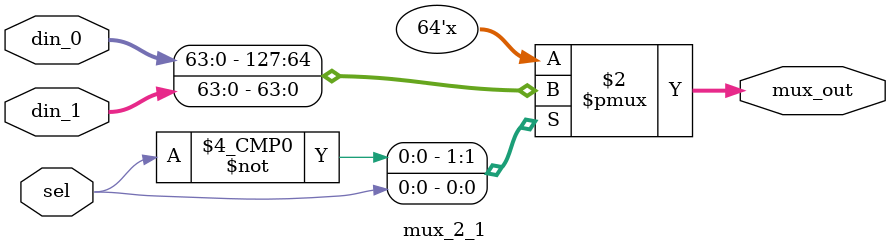
<source format=sv>

module  mux_2_1(din_0 ,din_1, sel, mux_out);
parameter DIN_W=64;

input logic [DIN_W-1:0] din_0 ,din_1; 
input logic sel; 
output logic [DIN_W-1:0] mux_out; 
 
always @ (*)
   begin
   case (sel) 
	1'd0 : mux_out = din_0;
	1'd1 : mux_out = din_1;	
   endcase 
  end 

  
 endmodule 

</source>
